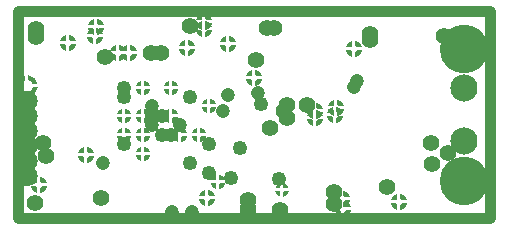
<source format=gbr>
%FSLAX23Y23*%
%MOIN*%
G04 EasyPC Gerber Version 17.0 Build 3379 *
%ADD17C,0.03650*%
%ADD13C,0.04750*%
%ADD11C,0.04921*%
%ADD12C,0.05550*%
%ADD144C,0.07087*%
%ADD143C,0.09068*%
%ADD142C,0.16205*%
%AMT16*0 Thermal pad*7,0,0,0.04750,0.01600,0.01000,0*%
%ADD16T16*%
%AMT15*0 Thermal pad*7,0,0,0.04921,0.01772,0.01000,0*%
%ADD15T15*%
%AMT14*0 Thermal pad*7,0,0,0.05550,0.02400,0.01000,0*%
%ADD14T14*%
%AMT145*0 Thermal pad*7,0,0,0.07087,0.03937,0.01000,0*%
%ADD145T145*%
X0Y0D02*
D02*
D11*
X624Y474D03*
Y663D03*
X626Y633D03*
X718Y568D03*
X750Y505D03*
Y568D03*
X781Y505D03*
X844Y411D03*
Y631D03*
X907Y379D03*
Y474D03*
X982Y363D03*
X1010Y462D03*
X1080Y609D03*
X1143Y359D03*
D02*
D12*
X328Y277D03*
X330Y832D03*
Y857D03*
X354Y479D03*
X366Y436D03*
X549Y294D03*
X563Y765D03*
X714Y779D03*
X748D03*
X846Y867D03*
X1039Y259D03*
Y287D03*
X1065Y755D03*
X1100Y863D03*
X1112Y529D03*
X1126Y863D03*
X1145Y255D03*
X1157Y584D03*
X1167Y605D03*
X1169Y560D03*
X1236Y605D03*
X1325Y275D03*
Y314D03*
X1445Y820D03*
Y842D03*
X1502Y332D03*
X1649Y479D03*
X1651Y408D03*
X1691Y835D03*
X1704Y446D03*
D02*
D13*
X555Y411D03*
X718Y537D03*
Y600D03*
X785Y249D03*
X813Y537D03*
X852Y247D03*
X954Y586D03*
X972Y637D03*
X1073Y645D03*
X1391Y665D03*
X1403Y686D03*
D02*
D14*
X342Y338D03*
X439Y812D03*
X498Y438D03*
X527Y834D03*
X531Y865D03*
X604Y779D03*
X640D03*
X836Y796D03*
X891Y857D03*
Y881D03*
X901Y294D03*
X972Y808D03*
X1059Y694D03*
X1262Y560D03*
Y584D03*
X1328Y570D03*
X1330Y596D03*
X1352Y290D03*
X1354Y259D03*
X1390Y790D03*
X1543Y281D03*
D02*
D15*
X624Y505D03*
Y568D03*
X687Y442D03*
Y505D03*
Y568D03*
Y663D03*
X781Y568D03*
Y663D03*
X813Y505D03*
X876D03*
X907Y600D03*
X939Y348D03*
D02*
D16*
X1153Y320D03*
D02*
D17*
X1844Y228D02*
X270D01*
Y918*
X1844*
Y228*
D02*
D142*
X1758Y353D03*
Y793D03*
D02*
D143*
Y484D03*
Y662D03*
D02*
D144*
X303Y369D03*
Y419D03*
Y469D03*
Y519D03*
Y569D03*
Y619D03*
D02*
D145*
Y669D03*
X0Y0D02*
M02*

</source>
